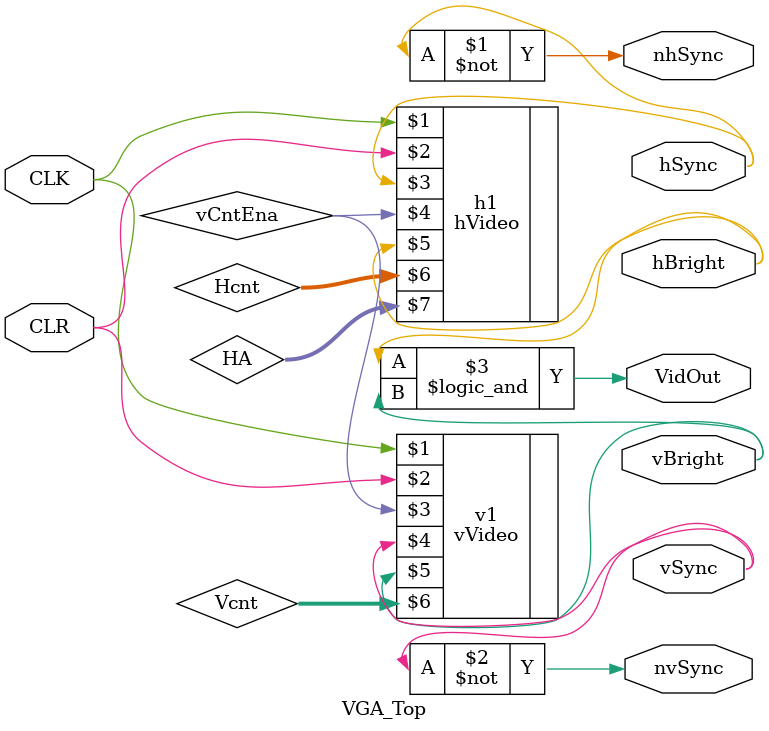
<source format=v>
`timescale 1ns / 1ps
module VGA_Top( CLK, CLR, hSync, nhSync, hBright, vSync, nvSync, vBright, VidOut );
	input CLK, CLR;
	output hSync, nhSync, hBright, vSync, nvSync, vBright, VidOut;
	
	assign nhSync = ~hSync;
	assign nvSync = ~vSync;
	assign VidOut = hBright && vBright;	
	
	wire [8:0] Hcnt;
	wire [9:0] Vcnt;
	wire [6:0] HA;

	hVideo h1( CLK, CLR, hSync, vCntEna, hBright, Hcnt, HA );
	vVideo v1( CLK, CLR, vCntEna, vSync, vBright, Vcnt );

endmodule

</source>
